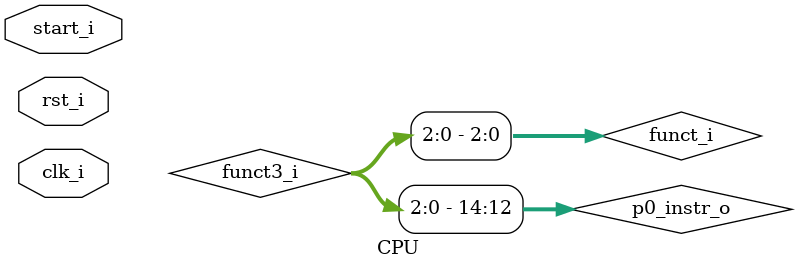
<source format=v>
module CPU
(
    clk_i, 
    rst_i,
    start_i
);

// Ports
input               clk_i;
input               rst_i;
input               start_i;

// PC & Instruction memory
wire     [31:0]     pc_i;
wire     [31:0]     pc_o;
wire     [31:0]     instr_o;

wire     [31:0]     p0_pc_o;
wire     [31:0]     p0_instr_o;

// Control
wire     [1:0]      ALUOp_o;
wire                ALUSrc_o;
wire                RegWrite_o;
wire     [6:0]      Op_i;
wire                MemtoReg_o;
wire                MemRead_o;
wire                MemWrite_o;
wire                Branch_o;

wire     [1:0]      p1_ALUOp_o;
wire                p1_ALUSrc_o;
wire                p1_RegWrite_o;
wire                p1_MemtoReg_o;
wire                p1_MemRead_o;
wire                p1_MemWrite_o;

wire                p2_RegWrite_o;
wire                p2_MemtoReg_o;
wire                p2_MemRead_o;
wire                p2_MemWrite_o;

wire                p3_RegWrite_o;
wire                p3_MemtoReg_o;
wire                p3_MemRead_o;
wire                p3_MemWrite_o;


// Registers
wire     [4:0]      RS1addr_i;
wire     [4:0]      RS2addr_i;
wire     [4:0]      RDaddr_i;
wire     [31:0]     RS1data_o;
wire     [31:0]     RS2data_o;
wire     [31:0]     RDdata_i;

wire     [4:0]      p1_RDaddr_o;
wire     [31:0]     p1_RS1data_o;
wire     [31:0]     p1_RS2data_o;

wire     [4:0]      p2_RDaddr_o;
wire     [31:0]     p2_RS2data_o;

wire     [4:0]      p3_RDaddr_o;

// ALU Control & Sign extend
wire     [2:0]      funct3_i;
wire     [6:0]      funct7_i;
wire     [9:0]      funct_i;
wire     [11:0]     imm12_i;
wire     [31:0]     imm32_o;
wire     [2:0]      ALUCtrl_o;

wire     [31:0]     p1_imm32_o;

// ALU
wire     [31:0]     ALUdata_i;
wire     [31:0]     ALUdata_o;
wire                Zero_o;

wire     [31:0]     p2_ALUres_o;

wire     [31:0]     p3_ALUres_o;

// Data Memory
wire     [31:0]     Memdata_o;

wire     [31:0]     p3_Memdata_o;

assign {RS1addr_i, funct3_i, RDaddr_i, Op_i} = p0_instr_o[19:0];
assign {funct7_i, RS2addr_i}                 = p0_instr_o[31:20];
assign imm12_i =    (Op_i == 7'b0100011) ? {p0_instr_o[31:25], p0_instr_o[11:7]}: // sw
                    (Op_i == 7'b1100011) ? {p0_instr_o[31], p0_instr_o[7], p0_instr_o[30:20], p0_instr_o[11:8], 1'b0}: // beq
                    p0_instr_o[31:20];
assign funct_i = {funct7_i, funct3_i};

wire     [9:0]      p1_funct_o;
wire     [4:0]      p1_RS1addr_o;
wire     [4:0]      p1_RS2addr_o;

// Fowarding Unit
wire     [1:0]      ForwardA_o;
wire     [1:0]      ForwardB_o;
wire     [31:0]     ForwardAdata_o;
wire     [31:0]     ForwardBdata_o;

// Hazard Detection Unit
wire                NoOp_o;
wire                Stall_o;
wire                PCWrite_o;

Control Control(
    .Op_i       (Op_i),
    .NoOp_i     (NoOp_o),
    .ALUOp_o    (ALUOp_o),
    .ALUSrc_o   (ALUSrc_o),
    .RegWrite_o (RegWrite_o),
    .MemtoReg_o (MemtoReg_o),
    .MemRead_o  (MemRead_o),
    .MemWrite_o (MemWrite_o),
    .Branch_o (Branch_o)
);

Adder Add_PC(
    .data1_in   (pc_o),
    .data2_in   (32'd4),
    .data_o     (pc_i)
);

PC PC(
    .clk_i      (clk_i),
    .rst_i      (rst_i),
    .start_i    (start_i),
    .PCWrite_i  (PCWrite_o),
    .pc_i       (pc_i),
    .pc_o       (pc_o)
);

Instruction_Memory Instruction_Memory(
    .addr_i     (pc_o), 
    .instr_o    (instr_o)
);

Registers Registers(
    .clk_i       (clk_i),
    .RS1addr_i   (RS1addr_i),
    .RS2addr_i   (RS2addr_i),
    .RDaddr_i    (p3_RDaddr_o), 
    .RDdata_i    (RDdata_i),
    .RegWrite_i  (p3_RegWrite_o), 
    .RS1data_o   (RS1data_o), 
    .RS2data_o   (RS2data_o)
);

MUX32 MUX_ALUSrc(
    .data1_i    (ForwardBdata_o),
    .data2_i    (p1_imm32_o),
    .select_i   (p1_ALUSrc_o),
    .data_o     (ALUdata_i)
);

Sign_Extend Sign_Extend(
    .data_i     (imm12_i),
    .data_o     (imm32_o)
);
  
ALU ALU(
    .data1_i    (ForwardAdata_o),
    .data2_i    (ALUdata_i),
    .ALUCtrl_i  (ALUCtrl_o),
    .data_o     (ALUdata_o),
    .Zero_o     (Zero_o)
);

ALU_Control ALU_Control(
    .funct_i    (p1_funct_o),
    .ALUOp_i    (p1_ALUOp_o),
    .ALUCtrl_o  (ALUCtrl_o)
);

Data_Memory Data_Memory(
    .clk_i       (clk_i), 
    .addr_i      (p2_ALUres_o), 
    .MemRead_i   (p2_MemRead_o),
    .MemWrite_i  (p2_MemWrite_o),
    .data_i      (p2_RS2data_o),
    .data_o      (Memdata_o)
);

MUX32 MUX_WriteSrc(
    .data1_i    (p3_ALUres_o),
    .data2_i    (p3_Memdata_o),
    .select_i   (p3_MemtoReg_o),
    .data_o     (RDdata_i)
);

IFID IFID(
    .clk_i      (clk_i),
    .Stall_i    (Stall_o),
    .pc_i       (pc_o),
    .instr_i    (instr_o),

    .pc_o       (p0_pc_o),
    .instr_o    (p0_instr_o)
);

IDEX IDEX(
    .clk_i      (clk_i),
    .ALUOp_i    (ALUOp_o),
    .ALUSrc_i   (ALUSrc_o),
    .RegWrite_i (RegWrite_o),
    .MemtoReg_i (MemtoReg_o),
    .MemRead_i  (MemRead_o),
    .MemWrite_i (MemWrite_o),
    .RS1addr_i  (RS1addr_i), 
    .RS2addr_i  (RS2addr_i),
    .RS1data_i  (RS1data_o), 
    .RS2data_i  (RS2data_o),
    .funct_i    (funct_i),
    .imm32_i    (imm32_o),
    .RDaddr_i   (RDaddr_i),

    .ALUOp_o    (p1_ALUOp_o),
    .ALUSrc_o   (p1_ALUSrc_o),
    .RegWrite_o (p1_RegWrite_o),
    .MemtoReg_o (p1_MemtoReg_o),
    .MemRead_o  (p1_MemRead_o),
    .MemWrite_o (p1_MemWrite_o),
    .RS1addr_o  (p1_RS1addr_o), 
    .RS2addr_o  (p1_RS2addr_o),
    .RS1data_o  (p1_RS1data_o), 
    .RS2data_o  (p1_RS2data_o),
    .funct_o    (p1_funct_o),
    .imm32_o    (p1_imm32_o),
    .RDaddr_o   (p1_RDaddr_o)
);

EXMEM EXMEM(
    .clk_i      (clk_i),
    .ALUres_i   (ALUdata_o),
    .RegWrite_i (p1_RegWrite_o),
    .MemtoReg_i (p1_MemtoReg_o),
    .MemRead_i  (p1_MemRead_o),
    .MemWrite_i (p1_MemWrite_o),
    .RS2data_i  (ForwardBdata_o),
    .RDaddr_i   (p1_RDaddr_o),

    .ALUres_o   (p2_ALUres_o),
    .RegWrite_o (p2_RegWrite_o),
    .MemtoReg_o (p2_MemtoReg_o),
    .MemRead_o  (p2_MemRead_o),
    .MemWrite_o (p2_MemWrite_o),
    .RS2data_o  (p2_RS2data_o),
    .RDaddr_o   (p2_RDaddr_o)
);

MEMWB MEMWB(
    .clk_i      (clk_i),
    .ALUres_i   (p2_ALUres_o),
    .RegWrite_i (p2_RegWrite_o),
    .MemtoReg_i (p2_MemtoReg_o),
    .Memdata_i  (Memdata_o),
    .RDaddr_i   (p2_RDaddr_o),

    .ALUres_o   (p3_ALUres_o),
    .RegWrite_o (p3_RegWrite_o),
    .MemtoReg_o (p3_MemtoReg_o),
    .Memdata_o  (p3_Memdata_o),
    .RDaddr_o   (p3_RDaddr_o)
);

ForwadingUnit ForwadingUnit(
    .EX_RS1addr_i   (p1_RS1addr_o),
    .EX_RS2addr_i   (p1_RS2addr_o),
    .MEM_RegWrite_i (p2_RegWrite_o),
    .MEM_RDaddr_i   (p2_RDaddr_o),
    .WB_RegWrite_i  (p3_RegWrite_o),
    .WB_RDaddr_i    (p3_RDaddr_o),
    
    .ForwardA_o     (ForwardA_o),
    .ForwardB_o     (ForwardB_o)
);

MUX32W MUX_ForwardA(
    .data1_i    (p1_RS1data_o),
    .data2_i    (RDdata_i),
    .data3_i    (p2_ALUres_o),
    .select_i   (ForwardA_o),
    .data_o     (ForwardAdata_o)
);

MUX32W MUX_ForwardB(
    .data1_i    (p1_RS2data_o),
    .data2_i    (RDdata_i),
    .data3_i    (p2_ALUres_o),
    .select_i   (ForwardB_o),
    .data_o     (ForwardBdata_o)
);

Hazard_Detection Hazard_Detection(
    .RS1addr_i      (RS1addr_i),
    .RS2addr_i      (RS2addr_i),
    .EX_MemRead_i   (p1_MemRead_o),
    .EX_RDaddr_i    (p1_RDaddr_o),
    
    .NoOp_o         (NoOp_o),
    .Stall_o        (Stall_o),
    .PCWrite_o      (PCWrite_o)
);

endmodule


</source>
